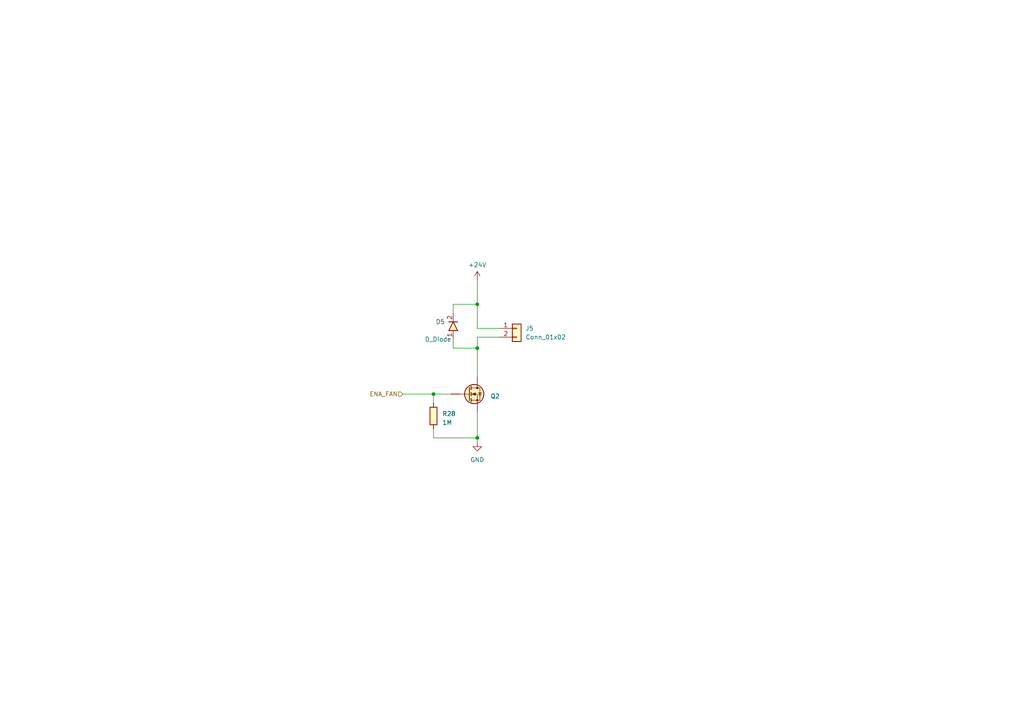
<source format=kicad_sch>
(kicad_sch (version 20230121) (generator eeschema)
  (paper "A4")
  (lib_symbols
    (symbol "IVS_SYMBOLS:Conn_01x02" (pin_names (offset 1.016) hide)
      (property "Reference" "J" (at 0 2.54 0))
      (property "Value" "Conn_01x02" (at 0 -5.08 0))
      (symbol "Conn_01x02_1_1"
        (rectangle (start -1.27 -2.413) (end 0 -2.667) (stroke (width 0.1524)))
        (rectangle (start -1.27 0.127) (end 0 -0.127) (stroke (width 0.1524)))
        (rectangle (start -1.27 1.27) (end 1.27 -3.81) (stroke (width 0.254)) (fill (type background)))
        (pin passive line (at -5.08 0 0) (length 3.81) (name "Pin_1") (number "1"))
        (pin passive line (at -5.08 -2.54 0) (length 3.81) (name "Pin_2") (number "2"))
      )
    )
    (symbol "IVS_SYMBOLS:D_Diode"
      (property "Reference" "D" (at 0 2.54 0))
      (property "Value" "D_Diode" (at 0 -2.54 0))
      (symbol "D_Diode_0_1"
        (polyline (pts (xy 0 1.27) (xy 0 -1.27)) (stroke (width 0.254)))
        (polyline (pts (xy 2.54 1.27) (xy 2.54 -1.27) (xy 0 0) (xy 2.54 1.27)) (stroke (width 0.254)) (fill (type background)))
      )
      (symbol "D_Diode_1_1"
        (pin passive line (at 5.08 0 180) (length 2.54) (name "") (number "1"))
        (pin passive line (at -2.54 0 0) (length 2.54) (name "") (number "2"))
      )
    )
    (symbol "IVS_SYMBOLS:N_Mosfet" (pin_numbers hide) (pin_names hide)
      (property "Reference" "Q" (at 2.794 1.2192 0))
      (symbol "N_Mosfet_0_1"
        (circle (center -0.889 0) (radius 2.794) (stroke (width 0.254)) (fill (type background)))
        (circle (center 0 -1.778) (radius 0.254) (fill (type outline)))
        (polyline (pts (xy -2.286 0) (xy -5.08 0)))
        (polyline (pts (xy -2.286 1.905) (xy -2.286 -1.905)) (stroke (width 0.254)))
        (polyline (pts (xy -1.778 -1.27) (xy -1.778 -2.286)) (stroke (width 0.254)))
        (polyline (pts (xy -1.778 0.508) (xy -1.778 -0.508)) (stroke (width 0.254)))
        (polyline (pts (xy -1.778 2.286) (xy -1.778 1.27)) (stroke (width 0.254)))
        (polyline (pts (xy 0 2.54) (xy 0 1.778)))
        (polyline (pts (xy 0 -2.54) (xy 0 0) (xy -1.778 0)))
        (polyline (pts (xy -1.778 -1.778) (xy 0.762 -1.778) (xy 0.762 1.778) (xy -1.778 1.778)))
        (polyline (pts (xy -1.524 0) (xy -0.508 0.381) (xy -0.508 -0.381) (xy -1.524 0)) (fill (type outline)))
        (polyline (pts (xy 0.254 0.508) (xy 0.381 0.381) (xy 1.143 0.381) (xy 1.27 0.254)))
        (polyline (pts (xy 0.762 0.381) (xy 0.381 -0.254) (xy 1.143 -0.254) (xy 0.762 0.381)))
        (circle (center 0 1.778) (radius 0.254) (fill (type outline)))
      )
      (symbol "N_Mosfet_1_1"
        (pin input line (at -7.62 0 0) (length 2.54) (name "G") (number "1"))
        (pin passive line (at 0 -5.08 90) (length 2.54) (name "S") (number "2"))
        (pin passive line (at 0 5.08 270) (length 2.54) (name "D") (number "3"))
      )
    )
    (symbol "IVS_SYMBOLS:R" (pin_numbers hide) (pin_names (offset 0))
      (property "Reference" "R" (at 2.032 0 90))
      (property "Value" "R" (at 0 0 90))
      (symbol "R_1_1"
        (rectangle (start -1.016 2.54) (end 1.016 -2.54) (stroke (width 0.254)) (fill (type background)))
        (pin passive line (at 0 3.81 270) (length 1.27) (name "~") (number "1"))
        (pin passive line (at 0 -3.81 90) (length 1.27) (name "~") (number "2"))
      )
    )
    (symbol "power:+24V" (power) (pin_names (offset 0))
      (property "Value" "+24V" (at 0 3.556 0))
      (symbol "+24V_0_1"
        (polyline (pts (xy -0.762 1.27) (xy 0 2.54)))
        (polyline (pts (xy 0 0) (xy 0 2.54)))
        (polyline (pts (xy 0 2.54) (xy 0.762 1.27)))
      )
      (symbol "+24V_1_1"
        (pin power_in line (at 0 0 90) (length 0) hide (name "+24V") (number "1"))
      )
    )
    (symbol "power:GND" (power) (pin_names (offset 0))
      (property "Value" "GND" (at 0 -3.81 0))
      (symbol "GND_0_1"
        (polyline (pts (xy 0 0) (xy 0 -1.27) (xy 1.27 -1.27) (xy 0 -2.54) (xy -1.27 -1.27) (xy 0 -1.27)))
      )
      (symbol "GND_1_1"
        (pin power_in line (at 0 0 270) (length 0) hide (name "GND") (number "1"))
      )
    )
  )
  (junction (at 138.43 100.965))
  (junction (at 138.43 88.265))
  (junction (at 138.43 127))
  (junction (at 125.73 114.3))
  (wire (pts (xy 138.43 88.265) (xy 138.43 95.25)))
  (wire (pts (xy 125.73 114.3) (xy 125.73 116.84)))
  (wire (pts (xy 138.43 81.28) (xy 138.43 88.265)))
  (wire (pts (xy 125.73 114.3) (xy 130.81 114.3)))
  (wire (pts (xy 131.445 88.265) (xy 138.43 88.265)))
  (wire (pts (xy 138.43 95.25) (xy 144.78 95.25)))
  (wire (pts (xy 131.445 98.425) (xy 131.445 100.965)))
  (wire (pts (xy 125.73 127) (xy 138.43 127)))
  (wire (pts (xy 138.43 97.79) (xy 138.43 100.965)))
  (wire (pts (xy 138.43 128.27) (xy 138.43 127)))
  (wire (pts (xy 116.84 114.3) (xy 125.73 114.3)))
  (wire (pts (xy 144.78 97.79) (xy 138.43 97.79)))
  (wire (pts (xy 131.445 90.805) (xy 131.445 88.265)))
  (wire (pts (xy 138.43 100.965) (xy 138.43 109.22)))
  (wire (pts (xy 138.43 119.38) (xy 138.43 127)))
  (wire (pts (xy 125.73 124.46) (xy 125.73 127)))
  (wire (pts (xy 131.445 100.965) (xy 138.43 100.965)))
  (hierarchical_label "ENA_FAN" (shape input) (at 116.84 114.3 180))
  (symbol (lib_id "IVS_SYMBOLS:Conn_01x02") (at 149.86 95.25 0) (unit 1)
    (property "Reference" "J5" (at 152.4 95.25 0) (effects (justify left)))
    (property "Value" "Conn_01x02" (at 152.4 97.79 0) (effects (justify left)))
    (property "Footprint" "IVS_FOOTPRINTS:Conn_XH-P2.54mm-2P" (effects hide))
  )
  (symbol (lib_id "power:GND") (at 138.43 128.27 0) (unit 1)
    (property "Reference" "#PWR024" (effects hide))
    (property "Value" "GND" (at 138.43 133.35 0))
    (instances (project "KingPump" (path "" (reference "#PWR024") (unit 1))) (project "MayLuuDong" (path "" (reference "#PWR030") (unit 1))))
  )
  (symbol (lib_id "IVS_SYMBOLS:N_Mosfet") (at 138.43 114.3 0) (unit 1)
    (property "Reference" "Q2" (at 142.24 114.935 0) (effects (justify left)))
    (property "Value" "N_Mosfet" (effects hide))
    (property "Footprint" "IVS_FOOTPRINTS:SOT23-3" (effects hide))
    (property "Datasheet" "https://www.onsemi.com/pub/Collateral/BSS138-D.PDF" (effects hide))
    (instances (project "KingPump" (path "" (reference "Q2") (unit 1))) (project "MayLuuDong" (path "" (reference "Q1") (unit 1))))
  )
  (symbol (lib_id "IVS_SYMBOLS:R") (at 125.73 120.65 0) (unit 1)
    (property "Reference" "R28" (at 128.27 120.015 0) (effects (justify left)))
    (property "Value" "1M" (at 128.27 122.555 0) (effects (justify left)))
    (property "Footprint" "IVS_FOOTPRINTS:R_0603" (effects hide))
    (instances (project "KingPump" (path "" (reference "R28") (unit 1))) (project "MayLuuDong" (path "" (reference "R7") (unit 1))))
  )
  (symbol (lib_id "power:+24V") (at 138.43 81.28 0) (unit 1)
    (property "Reference" "#PWR041" (effects hide))
    (property "Value" "+24V" (at 138.43 76.835 0))
  )
  (symbol (lib_id "IVS_SYMBOLS:D_Diode") (at 131.445 93.345 270) (unit 1)
    (property "Reference" "D5" (at 126.365 93.345 90) (effects (justify left)))
    (property "Value" "D_Diode" (at 123.19 98.425 90) (effects (justify left)))
    (property "Footprint" "IVS_FOOTPRINTS:SOD-123F" (effects hide))
  )
)
</source>
